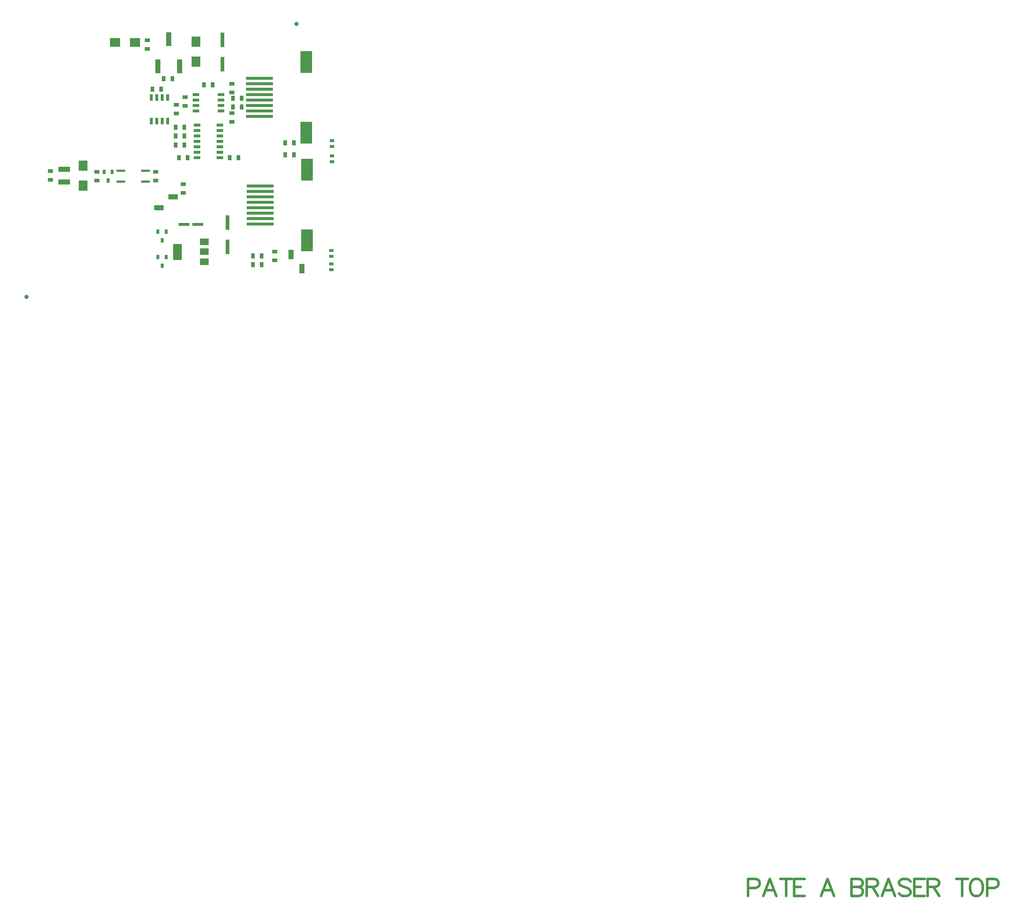
<source format=gtp>
%FSLAX25Y25*%
%MOIN*%
G70*
G01*
G75*
G04 Layer_Color=8388736*
%ADD10C,0.03937*%
%ADD11R,0.25000X0.02992*%
%ADD12R,0.03500X0.05000*%
%ADD13R,0.05910X0.03030*%
%ADD14R,0.11024X0.20276*%
%ADD15R,0.05000X0.03500*%
%ADD16R,0.03000X0.04000*%
%ADD17R,0.03543X0.13583*%
%ADD18C,0.03100*%
%ADD19R,0.04000X0.02854*%
%ADD20R,0.08465X0.02362*%
%ADD21R,0.04724X0.12992*%
%ADD22R,0.11023X0.05000*%
%ADD23R,0.08465X0.09449*%
%ADD24R,0.09449X0.08465*%
%ADD25R,0.08661X0.05000*%
%ADD26R,0.05000X0.08661*%
%ADD27R,0.03030X0.05910*%
%ADD28R,0.08000X0.06000*%
%ADD29R,0.08000X0.15000*%
%ADD30R,0.10236X0.03150*%
%ADD31R,0.06000X0.02500*%
%ADD32C,0.01000*%
%ADD33C,0.01500*%
%ADD34C,0.01181*%
%ADD35C,0.02756*%
%ADD36C,0.01969*%
%ADD37C,0.15748*%
%ADD38C,0.09843*%
%ADD39C,0.11811*%
%ADD40C,0.03937*%
%ADD41C,0.01575*%
%ADD42C,0.02362*%
%ADD43C,0.13780*%
%ADD44C,0.19685*%
%ADD45C,0.12598*%
%ADD46C,0.16000*%
%ADD47C,0.09843*%
%ADD48C,0.11811*%
%ADD49C,0.09055*%
%ADD50C,0.03900*%
%ADD51C,0.16533*%
%ADD52C,0.10000*%
%ADD53C,0.05000*%
%ADD54R,0.16000X0.13000*%
%ADD55R,0.16892X0.02319*%
%ADD56R,0.21000X0.17000*%
%ADD57R,0.31000X0.17000*%
%ADD58R,0.09194X0.12806*%
%ADD59R,0.12000X0.12890*%
%ADD60C,0.00984*%
%ADD61C,0.00787*%
%ADD62C,0.00787*%
D10*
X-119000Y-134000D02*
D03*
X129000Y117000D02*
D03*
D11*
X95606Y-57092D02*
D03*
Y-52091D02*
D03*
X95106Y42089D02*
D03*
Y47091D02*
D03*
X95606Y-67090D02*
D03*
Y-62090D02*
D03*
Y-47091D02*
D03*
Y-42091D02*
D03*
Y-37091D02*
D03*
Y-32091D02*
D03*
X95106Y67090D02*
D03*
Y62090D02*
D03*
Y57091D02*
D03*
Y52091D02*
D03*
Y37091D02*
D03*
Y32091D02*
D03*
D12*
X78500Y48500D02*
D03*
Y40500D02*
D03*
X44000Y61000D02*
D03*
X52000D02*
D03*
X97000Y-104500D02*
D03*
X89000D02*
D03*
X118500Y7500D02*
D03*
X126500D02*
D03*
X26000Y22000D02*
D03*
X18000D02*
D03*
X-3500Y57000D02*
D03*
X4500D02*
D03*
X15000Y66500D02*
D03*
X7000D02*
D03*
X89000Y-96500D02*
D03*
X97000D02*
D03*
X26000Y14000D02*
D03*
X18000D02*
D03*
X26000Y5500D02*
D03*
X18000D02*
D03*
X67500Y-6000D02*
D03*
X75500D02*
D03*
X29000D02*
D03*
X21000D02*
D03*
X118500Y-3500D02*
D03*
X126500D02*
D03*
X70500Y48500D02*
D03*
Y40500D02*
D03*
D13*
X59500Y42000D02*
D03*
Y47000D02*
D03*
Y52000D02*
D03*
Y37000D02*
D03*
X36500D02*
D03*
Y42000D02*
D03*
Y47000D02*
D03*
Y52000D02*
D03*
D14*
X138614Y-82091D02*
D03*
Y-17090D02*
D03*
X138114Y82091D02*
D03*
Y17090D02*
D03*
D15*
X-8000Y102000D02*
D03*
Y94000D02*
D03*
X18500Y42500D02*
D03*
Y34500D02*
D03*
X109000Y-100500D02*
D03*
Y-92500D02*
D03*
X69500Y27000D02*
D03*
Y35000D02*
D03*
Y62000D02*
D03*
Y54000D02*
D03*
X26500Y41500D02*
D03*
Y49500D02*
D03*
X25000Y-38500D02*
D03*
Y-30500D02*
D03*
X-97000Y-26500D02*
D03*
Y-18500D02*
D03*
X-54500Y-27000D02*
D03*
Y-19000D02*
D03*
X-500D02*
D03*
Y-27000D02*
D03*
D16*
X5500Y-82000D02*
D03*
X9250Y-74000D02*
D03*
X1750D02*
D03*
X5500Y-105500D02*
D03*
X9250Y-97500D02*
D03*
X1750D02*
D03*
X-44000Y-27000D02*
D03*
X-40250Y-19000D02*
D03*
X-47750D02*
D03*
D17*
X65500Y-65780D02*
D03*
Y-88220D02*
D03*
X61000Y102220D02*
D03*
Y79780D02*
D03*
D19*
X161000Y-109217D02*
D03*
Y-103783D02*
D03*
X161500Y4283D02*
D03*
Y9717D02*
D03*
Y-4283D02*
D03*
Y-9717D02*
D03*
X161000Y-91283D02*
D03*
Y-96717D02*
D03*
D20*
X-32417Y-18000D02*
D03*
Y-28000D02*
D03*
X-9583Y-18000D02*
D03*
Y-28000D02*
D03*
D21*
X21500Y77902D02*
D03*
X1500D02*
D03*
X11500Y103098D02*
D03*
D22*
X-84500Y-16595D02*
D03*
Y-28405D02*
D03*
D23*
X-67000Y-13346D02*
D03*
Y-31654D02*
D03*
X36500Y100654D02*
D03*
Y82346D02*
D03*
D24*
X-37653Y100000D02*
D03*
X-19346D02*
D03*
D25*
X15496Y-42000D02*
D03*
X2504Y-52000D02*
D03*
D03*
D26*
X124000Y-95004D02*
D03*
X134000Y-107996D02*
D03*
D03*
D27*
X10500Y49150D02*
D03*
X5500D02*
D03*
X500D02*
D03*
X-4500D02*
D03*
Y27500D02*
D03*
X500D02*
D03*
X5500D02*
D03*
X10500D02*
D03*
D28*
X44250Y-101560D02*
D03*
Y-92500D02*
D03*
Y-83440D02*
D03*
D29*
X19750Y-92560D02*
D03*
D30*
X38299Y-67500D02*
D03*
X25701D02*
D03*
D31*
X37500Y24000D02*
D03*
Y19000D02*
D03*
Y14000D02*
D03*
Y9000D02*
D03*
Y4000D02*
D03*
Y-1000D02*
D03*
Y-6000D02*
D03*
X58500Y4000D02*
D03*
Y9000D02*
D03*
Y14000D02*
D03*
Y19000D02*
D03*
Y24000D02*
D03*
Y-6000D02*
D03*
Y-1000D02*
D03*
D42*
X543762Y-677252D02*
X550510D01*
X552759Y-676503D01*
X553509Y-675753D01*
X554259Y-674253D01*
Y-672004D01*
X553509Y-670505D01*
X552759Y-669755D01*
X550510Y-669005D01*
X543762D01*
Y-684750D01*
X569778D02*
X563780Y-669005D01*
X557782Y-684750D01*
X560032Y-679502D02*
X567529D01*
X578700Y-669005D02*
Y-684750D01*
X573452Y-669005D02*
X583949D01*
X595570D02*
X585823D01*
Y-684750D01*
X595570D01*
X585823Y-676503D02*
X591821D01*
X622561Y-684750D02*
X616563Y-669005D01*
X610565Y-684750D01*
X612814Y-679502D02*
X620311D01*
X638605Y-669005D02*
Y-684750D01*
Y-669005D02*
X645353D01*
X647602Y-669755D01*
X648352Y-670505D01*
X649101Y-672004D01*
Y-673504D01*
X648352Y-675003D01*
X647602Y-675753D01*
X645353Y-676503D01*
X638605D02*
X645353D01*
X647602Y-677252D01*
X648352Y-678002D01*
X649101Y-679502D01*
Y-681751D01*
X648352Y-683250D01*
X647602Y-684000D01*
X645353Y-684750D01*
X638605D01*
X652625Y-669005D02*
Y-684750D01*
Y-669005D02*
X659373D01*
X661622Y-669755D01*
X662372Y-670505D01*
X663122Y-672004D01*
Y-673504D01*
X662372Y-675003D01*
X661622Y-675753D01*
X659373Y-676503D01*
X652625D01*
X657873D02*
X663122Y-684750D01*
X678641D02*
X672643Y-669005D01*
X666645Y-684750D01*
X668895Y-679502D02*
X676392D01*
X692812Y-671254D02*
X691312Y-669755D01*
X689063Y-669005D01*
X686064D01*
X683815Y-669755D01*
X682315Y-671254D01*
Y-672754D01*
X683065Y-674253D01*
X683815Y-675003D01*
X685314Y-675753D01*
X689813Y-677252D01*
X691312Y-678002D01*
X692062Y-678752D01*
X692812Y-680251D01*
Y-682501D01*
X691312Y-684000D01*
X689063Y-684750D01*
X686064D01*
X683815Y-684000D01*
X682315Y-682501D01*
X706082Y-669005D02*
X696335D01*
Y-684750D01*
X706082D01*
X696335Y-676503D02*
X702333D01*
X708706Y-669005D02*
Y-684750D01*
Y-669005D02*
X715454D01*
X717703Y-669755D01*
X718453Y-670505D01*
X719203Y-672004D01*
Y-673504D01*
X718453Y-675003D01*
X717703Y-675753D01*
X715454Y-676503D01*
X708706D01*
X713954D02*
X719203Y-684750D01*
X740345Y-669005D02*
Y-684750D01*
X735097Y-669005D02*
X745594D01*
X751966D02*
X750467Y-669755D01*
X748968Y-671254D01*
X748218Y-672754D01*
X747468Y-675003D01*
Y-678752D01*
X748218Y-681001D01*
X748968Y-682501D01*
X750467Y-684000D01*
X751966Y-684750D01*
X754965D01*
X756465Y-684000D01*
X757965Y-682501D01*
X758714Y-681001D01*
X759464Y-678752D01*
Y-675003D01*
X758714Y-672754D01*
X757965Y-671254D01*
X756465Y-669755D01*
X754965Y-669005D01*
X751966D01*
X763138Y-677252D02*
X769885D01*
X772135Y-676503D01*
X772884Y-675753D01*
X773634Y-674253D01*
Y-672004D01*
X772884Y-670505D01*
X772135Y-669755D01*
X769885Y-669005D01*
X763138D01*
Y-684750D01*
M02*

</source>
